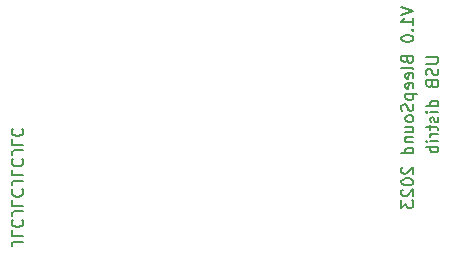
<source format=gbo>
G04 #@! TF.GenerationSoftware,KiCad,Pcbnew,7.0.7-7.0.7~ubuntu22.04.1*
G04 #@! TF.CreationDate,2023-10-15T17:29:54+01:00*
G04 #@! TF.ProjectId,USB_distri,5553425f-6469-4737-9472-692e6b696361,rev?*
G04 #@! TF.SameCoordinates,Original*
G04 #@! TF.FileFunction,Legend,Bot*
G04 #@! TF.FilePolarity,Positive*
%FSLAX46Y46*%
G04 Gerber Fmt 4.6, Leading zero omitted, Abs format (unit mm)*
G04 Created by KiCad (PCBNEW 7.0.7-7.0.7~ubuntu22.04.1) date 2023-10-15 17:29:54*
%MOMM*%
%LPD*%
G01*
G04 APERTURE LIST*
%ADD10C,0.150000*%
%ADD11O,4.200000X6.700000*%
%ADD12C,3.200000*%
G04 APERTURE END LIST*
D10*
X161854819Y-104576190D02*
X162664342Y-104576190D01*
X162664342Y-104576190D02*
X162759580Y-104623809D01*
X162759580Y-104623809D02*
X162807200Y-104671428D01*
X162807200Y-104671428D02*
X162854819Y-104766666D01*
X162854819Y-104766666D02*
X162854819Y-104957142D01*
X162854819Y-104957142D02*
X162807200Y-105052380D01*
X162807200Y-105052380D02*
X162759580Y-105099999D01*
X162759580Y-105099999D02*
X162664342Y-105147618D01*
X162664342Y-105147618D02*
X161854819Y-105147618D01*
X162807200Y-105576190D02*
X162854819Y-105719047D01*
X162854819Y-105719047D02*
X162854819Y-105957142D01*
X162854819Y-105957142D02*
X162807200Y-106052380D01*
X162807200Y-106052380D02*
X162759580Y-106099999D01*
X162759580Y-106099999D02*
X162664342Y-106147618D01*
X162664342Y-106147618D02*
X162569104Y-106147618D01*
X162569104Y-106147618D02*
X162473866Y-106099999D01*
X162473866Y-106099999D02*
X162426247Y-106052380D01*
X162426247Y-106052380D02*
X162378628Y-105957142D01*
X162378628Y-105957142D02*
X162331009Y-105766666D01*
X162331009Y-105766666D02*
X162283390Y-105671428D01*
X162283390Y-105671428D02*
X162235771Y-105623809D01*
X162235771Y-105623809D02*
X162140533Y-105576190D01*
X162140533Y-105576190D02*
X162045295Y-105576190D01*
X162045295Y-105576190D02*
X161950057Y-105623809D01*
X161950057Y-105623809D02*
X161902438Y-105671428D01*
X161902438Y-105671428D02*
X161854819Y-105766666D01*
X161854819Y-105766666D02*
X161854819Y-106004761D01*
X161854819Y-106004761D02*
X161902438Y-106147618D01*
X162331009Y-106909523D02*
X162378628Y-107052380D01*
X162378628Y-107052380D02*
X162426247Y-107099999D01*
X162426247Y-107099999D02*
X162521485Y-107147618D01*
X162521485Y-107147618D02*
X162664342Y-107147618D01*
X162664342Y-107147618D02*
X162759580Y-107099999D01*
X162759580Y-107099999D02*
X162807200Y-107052380D01*
X162807200Y-107052380D02*
X162854819Y-106957142D01*
X162854819Y-106957142D02*
X162854819Y-106576190D01*
X162854819Y-106576190D02*
X161854819Y-106576190D01*
X161854819Y-106576190D02*
X161854819Y-106909523D01*
X161854819Y-106909523D02*
X161902438Y-107004761D01*
X161902438Y-107004761D02*
X161950057Y-107052380D01*
X161950057Y-107052380D02*
X162045295Y-107099999D01*
X162045295Y-107099999D02*
X162140533Y-107099999D01*
X162140533Y-107099999D02*
X162235771Y-107052380D01*
X162235771Y-107052380D02*
X162283390Y-107004761D01*
X162283390Y-107004761D02*
X162331009Y-106909523D01*
X162331009Y-106909523D02*
X162331009Y-106576190D01*
X162854819Y-108766666D02*
X161854819Y-108766666D01*
X162807200Y-108766666D02*
X162854819Y-108671428D01*
X162854819Y-108671428D02*
X162854819Y-108480952D01*
X162854819Y-108480952D02*
X162807200Y-108385714D01*
X162807200Y-108385714D02*
X162759580Y-108338095D01*
X162759580Y-108338095D02*
X162664342Y-108290476D01*
X162664342Y-108290476D02*
X162378628Y-108290476D01*
X162378628Y-108290476D02*
X162283390Y-108338095D01*
X162283390Y-108338095D02*
X162235771Y-108385714D01*
X162235771Y-108385714D02*
X162188152Y-108480952D01*
X162188152Y-108480952D02*
X162188152Y-108671428D01*
X162188152Y-108671428D02*
X162235771Y-108766666D01*
X162854819Y-109242857D02*
X162188152Y-109242857D01*
X161854819Y-109242857D02*
X161902438Y-109195238D01*
X161902438Y-109195238D02*
X161950057Y-109242857D01*
X161950057Y-109242857D02*
X161902438Y-109290476D01*
X161902438Y-109290476D02*
X161854819Y-109242857D01*
X161854819Y-109242857D02*
X161950057Y-109242857D01*
X162807200Y-109671428D02*
X162854819Y-109766666D01*
X162854819Y-109766666D02*
X162854819Y-109957142D01*
X162854819Y-109957142D02*
X162807200Y-110052380D01*
X162807200Y-110052380D02*
X162711961Y-110099999D01*
X162711961Y-110099999D02*
X162664342Y-110099999D01*
X162664342Y-110099999D02*
X162569104Y-110052380D01*
X162569104Y-110052380D02*
X162521485Y-109957142D01*
X162521485Y-109957142D02*
X162521485Y-109814285D01*
X162521485Y-109814285D02*
X162473866Y-109719047D01*
X162473866Y-109719047D02*
X162378628Y-109671428D01*
X162378628Y-109671428D02*
X162331009Y-109671428D01*
X162331009Y-109671428D02*
X162235771Y-109719047D01*
X162235771Y-109719047D02*
X162188152Y-109814285D01*
X162188152Y-109814285D02*
X162188152Y-109957142D01*
X162188152Y-109957142D02*
X162235771Y-110052380D01*
X162188152Y-110385714D02*
X162188152Y-110766666D01*
X161854819Y-110528571D02*
X162711961Y-110528571D01*
X162711961Y-110528571D02*
X162807200Y-110576190D01*
X162807200Y-110576190D02*
X162854819Y-110671428D01*
X162854819Y-110671428D02*
X162854819Y-110766666D01*
X162854819Y-111100000D02*
X162188152Y-111100000D01*
X162378628Y-111100000D02*
X162283390Y-111147619D01*
X162283390Y-111147619D02*
X162235771Y-111195238D01*
X162235771Y-111195238D02*
X162188152Y-111290476D01*
X162188152Y-111290476D02*
X162188152Y-111385714D01*
X162854819Y-111719048D02*
X162188152Y-111719048D01*
X161854819Y-111719048D02*
X161902438Y-111671429D01*
X161902438Y-111671429D02*
X161950057Y-111719048D01*
X161950057Y-111719048D02*
X161902438Y-111766667D01*
X161902438Y-111766667D02*
X161854819Y-111719048D01*
X161854819Y-111719048D02*
X161950057Y-111719048D01*
X162854819Y-112195238D02*
X161854819Y-112195238D01*
X162235771Y-112195238D02*
X162188152Y-112290476D01*
X162188152Y-112290476D02*
X162188152Y-112480952D01*
X162188152Y-112480952D02*
X162235771Y-112576190D01*
X162235771Y-112576190D02*
X162283390Y-112623809D01*
X162283390Y-112623809D02*
X162378628Y-112671428D01*
X162378628Y-112671428D02*
X162664342Y-112671428D01*
X162664342Y-112671428D02*
X162759580Y-112623809D01*
X162759580Y-112623809D02*
X162807200Y-112576190D01*
X162807200Y-112576190D02*
X162854819Y-112480952D01*
X162854819Y-112480952D02*
X162854819Y-112290476D01*
X162854819Y-112290476D02*
X162807200Y-112195238D01*
X127745180Y-120219048D02*
X127030895Y-120219048D01*
X127030895Y-120219048D02*
X126888038Y-120266667D01*
X126888038Y-120266667D02*
X126792800Y-120361905D01*
X126792800Y-120361905D02*
X126745180Y-120504762D01*
X126745180Y-120504762D02*
X126745180Y-120600000D01*
X126745180Y-119266667D02*
X126745180Y-119742857D01*
X126745180Y-119742857D02*
X127745180Y-119742857D01*
X126840419Y-118361905D02*
X126792800Y-118409524D01*
X126792800Y-118409524D02*
X126745180Y-118552381D01*
X126745180Y-118552381D02*
X126745180Y-118647619D01*
X126745180Y-118647619D02*
X126792800Y-118790476D01*
X126792800Y-118790476D02*
X126888038Y-118885714D01*
X126888038Y-118885714D02*
X126983276Y-118933333D01*
X126983276Y-118933333D02*
X127173752Y-118980952D01*
X127173752Y-118980952D02*
X127316609Y-118980952D01*
X127316609Y-118980952D02*
X127507085Y-118933333D01*
X127507085Y-118933333D02*
X127602323Y-118885714D01*
X127602323Y-118885714D02*
X127697561Y-118790476D01*
X127697561Y-118790476D02*
X127745180Y-118647619D01*
X127745180Y-118647619D02*
X127745180Y-118552381D01*
X127745180Y-118552381D02*
X127697561Y-118409524D01*
X127697561Y-118409524D02*
X127649942Y-118361905D01*
X127745180Y-117647619D02*
X127030895Y-117647619D01*
X127030895Y-117647619D02*
X126888038Y-117695238D01*
X126888038Y-117695238D02*
X126792800Y-117790476D01*
X126792800Y-117790476D02*
X126745180Y-117933333D01*
X126745180Y-117933333D02*
X126745180Y-118028571D01*
X126745180Y-116695238D02*
X126745180Y-117171428D01*
X126745180Y-117171428D02*
X127745180Y-117171428D01*
X126840419Y-115790476D02*
X126792800Y-115838095D01*
X126792800Y-115838095D02*
X126745180Y-115980952D01*
X126745180Y-115980952D02*
X126745180Y-116076190D01*
X126745180Y-116076190D02*
X126792800Y-116219047D01*
X126792800Y-116219047D02*
X126888038Y-116314285D01*
X126888038Y-116314285D02*
X126983276Y-116361904D01*
X126983276Y-116361904D02*
X127173752Y-116409523D01*
X127173752Y-116409523D02*
X127316609Y-116409523D01*
X127316609Y-116409523D02*
X127507085Y-116361904D01*
X127507085Y-116361904D02*
X127602323Y-116314285D01*
X127602323Y-116314285D02*
X127697561Y-116219047D01*
X127697561Y-116219047D02*
X127745180Y-116076190D01*
X127745180Y-116076190D02*
X127745180Y-115980952D01*
X127745180Y-115980952D02*
X127697561Y-115838095D01*
X127697561Y-115838095D02*
X127649942Y-115790476D01*
X127745180Y-115076190D02*
X127030895Y-115076190D01*
X127030895Y-115076190D02*
X126888038Y-115123809D01*
X126888038Y-115123809D02*
X126792800Y-115219047D01*
X126792800Y-115219047D02*
X126745180Y-115361904D01*
X126745180Y-115361904D02*
X126745180Y-115457142D01*
X126745180Y-114123809D02*
X126745180Y-114599999D01*
X126745180Y-114599999D02*
X127745180Y-114599999D01*
X126840419Y-113219047D02*
X126792800Y-113266666D01*
X126792800Y-113266666D02*
X126745180Y-113409523D01*
X126745180Y-113409523D02*
X126745180Y-113504761D01*
X126745180Y-113504761D02*
X126792800Y-113647618D01*
X126792800Y-113647618D02*
X126888038Y-113742856D01*
X126888038Y-113742856D02*
X126983276Y-113790475D01*
X126983276Y-113790475D02*
X127173752Y-113838094D01*
X127173752Y-113838094D02*
X127316609Y-113838094D01*
X127316609Y-113838094D02*
X127507085Y-113790475D01*
X127507085Y-113790475D02*
X127602323Y-113742856D01*
X127602323Y-113742856D02*
X127697561Y-113647618D01*
X127697561Y-113647618D02*
X127745180Y-113504761D01*
X127745180Y-113504761D02*
X127745180Y-113409523D01*
X127745180Y-113409523D02*
X127697561Y-113266666D01*
X127697561Y-113266666D02*
X127649942Y-113219047D01*
X127745180Y-112504761D02*
X127030895Y-112504761D01*
X127030895Y-112504761D02*
X126888038Y-112552380D01*
X126888038Y-112552380D02*
X126792800Y-112647618D01*
X126792800Y-112647618D02*
X126745180Y-112790475D01*
X126745180Y-112790475D02*
X126745180Y-112885713D01*
X126745180Y-111552380D02*
X126745180Y-112028570D01*
X126745180Y-112028570D02*
X127745180Y-112028570D01*
X126840419Y-110647618D02*
X126792800Y-110695237D01*
X126792800Y-110695237D02*
X126745180Y-110838094D01*
X126745180Y-110838094D02*
X126745180Y-110933332D01*
X126745180Y-110933332D02*
X126792800Y-111076189D01*
X126792800Y-111076189D02*
X126888038Y-111171427D01*
X126888038Y-111171427D02*
X126983276Y-111219046D01*
X126983276Y-111219046D02*
X127173752Y-111266665D01*
X127173752Y-111266665D02*
X127316609Y-111266665D01*
X127316609Y-111266665D02*
X127507085Y-111219046D01*
X127507085Y-111219046D02*
X127602323Y-111171427D01*
X127602323Y-111171427D02*
X127697561Y-111076189D01*
X127697561Y-111076189D02*
X127745180Y-110933332D01*
X127745180Y-110933332D02*
X127745180Y-110838094D01*
X127745180Y-110838094D02*
X127697561Y-110695237D01*
X127697561Y-110695237D02*
X127649942Y-110647618D01*
X159754819Y-100352380D02*
X160754819Y-100685713D01*
X160754819Y-100685713D02*
X159754819Y-101019046D01*
X160754819Y-101876189D02*
X160754819Y-101304761D01*
X160754819Y-101590475D02*
X159754819Y-101590475D01*
X159754819Y-101590475D02*
X159897676Y-101495237D01*
X159897676Y-101495237D02*
X159992914Y-101399999D01*
X159992914Y-101399999D02*
X160040533Y-101304761D01*
X160659580Y-102304761D02*
X160707200Y-102352380D01*
X160707200Y-102352380D02*
X160754819Y-102304761D01*
X160754819Y-102304761D02*
X160707200Y-102257142D01*
X160707200Y-102257142D02*
X160659580Y-102304761D01*
X160659580Y-102304761D02*
X160754819Y-102304761D01*
X159754819Y-102971427D02*
X159754819Y-103066665D01*
X159754819Y-103066665D02*
X159802438Y-103161903D01*
X159802438Y-103161903D02*
X159850057Y-103209522D01*
X159850057Y-103209522D02*
X159945295Y-103257141D01*
X159945295Y-103257141D02*
X160135771Y-103304760D01*
X160135771Y-103304760D02*
X160373866Y-103304760D01*
X160373866Y-103304760D02*
X160564342Y-103257141D01*
X160564342Y-103257141D02*
X160659580Y-103209522D01*
X160659580Y-103209522D02*
X160707200Y-103161903D01*
X160707200Y-103161903D02*
X160754819Y-103066665D01*
X160754819Y-103066665D02*
X160754819Y-102971427D01*
X160754819Y-102971427D02*
X160707200Y-102876189D01*
X160707200Y-102876189D02*
X160659580Y-102828570D01*
X160659580Y-102828570D02*
X160564342Y-102780951D01*
X160564342Y-102780951D02*
X160373866Y-102733332D01*
X160373866Y-102733332D02*
X160135771Y-102733332D01*
X160135771Y-102733332D02*
X159945295Y-102780951D01*
X159945295Y-102780951D02*
X159850057Y-102828570D01*
X159850057Y-102828570D02*
X159802438Y-102876189D01*
X159802438Y-102876189D02*
X159754819Y-102971427D01*
X160231009Y-104828570D02*
X160278628Y-104971427D01*
X160278628Y-104971427D02*
X160326247Y-105019046D01*
X160326247Y-105019046D02*
X160421485Y-105066665D01*
X160421485Y-105066665D02*
X160564342Y-105066665D01*
X160564342Y-105066665D02*
X160659580Y-105019046D01*
X160659580Y-105019046D02*
X160707200Y-104971427D01*
X160707200Y-104971427D02*
X160754819Y-104876189D01*
X160754819Y-104876189D02*
X160754819Y-104495237D01*
X160754819Y-104495237D02*
X159754819Y-104495237D01*
X159754819Y-104495237D02*
X159754819Y-104828570D01*
X159754819Y-104828570D02*
X159802438Y-104923808D01*
X159802438Y-104923808D02*
X159850057Y-104971427D01*
X159850057Y-104971427D02*
X159945295Y-105019046D01*
X159945295Y-105019046D02*
X160040533Y-105019046D01*
X160040533Y-105019046D02*
X160135771Y-104971427D01*
X160135771Y-104971427D02*
X160183390Y-104923808D01*
X160183390Y-104923808D02*
X160231009Y-104828570D01*
X160231009Y-104828570D02*
X160231009Y-104495237D01*
X160754819Y-105638094D02*
X160707200Y-105542856D01*
X160707200Y-105542856D02*
X160611961Y-105495237D01*
X160611961Y-105495237D02*
X159754819Y-105495237D01*
X160707200Y-106399999D02*
X160754819Y-106304761D01*
X160754819Y-106304761D02*
X160754819Y-106114285D01*
X160754819Y-106114285D02*
X160707200Y-106019047D01*
X160707200Y-106019047D02*
X160611961Y-105971428D01*
X160611961Y-105971428D02*
X160231009Y-105971428D01*
X160231009Y-105971428D02*
X160135771Y-106019047D01*
X160135771Y-106019047D02*
X160088152Y-106114285D01*
X160088152Y-106114285D02*
X160088152Y-106304761D01*
X160088152Y-106304761D02*
X160135771Y-106399999D01*
X160135771Y-106399999D02*
X160231009Y-106447618D01*
X160231009Y-106447618D02*
X160326247Y-106447618D01*
X160326247Y-106447618D02*
X160421485Y-105971428D01*
X160707200Y-107257142D02*
X160754819Y-107161904D01*
X160754819Y-107161904D02*
X160754819Y-106971428D01*
X160754819Y-106971428D02*
X160707200Y-106876190D01*
X160707200Y-106876190D02*
X160611961Y-106828571D01*
X160611961Y-106828571D02*
X160231009Y-106828571D01*
X160231009Y-106828571D02*
X160135771Y-106876190D01*
X160135771Y-106876190D02*
X160088152Y-106971428D01*
X160088152Y-106971428D02*
X160088152Y-107161904D01*
X160088152Y-107161904D02*
X160135771Y-107257142D01*
X160135771Y-107257142D02*
X160231009Y-107304761D01*
X160231009Y-107304761D02*
X160326247Y-107304761D01*
X160326247Y-107304761D02*
X160421485Y-106828571D01*
X160088152Y-107733333D02*
X161088152Y-107733333D01*
X160135771Y-107733333D02*
X160088152Y-107828571D01*
X160088152Y-107828571D02*
X160088152Y-108019047D01*
X160088152Y-108019047D02*
X160135771Y-108114285D01*
X160135771Y-108114285D02*
X160183390Y-108161904D01*
X160183390Y-108161904D02*
X160278628Y-108209523D01*
X160278628Y-108209523D02*
X160564342Y-108209523D01*
X160564342Y-108209523D02*
X160659580Y-108161904D01*
X160659580Y-108161904D02*
X160707200Y-108114285D01*
X160707200Y-108114285D02*
X160754819Y-108019047D01*
X160754819Y-108019047D02*
X160754819Y-107828571D01*
X160754819Y-107828571D02*
X160707200Y-107733333D01*
X160707200Y-108590476D02*
X160754819Y-108733333D01*
X160754819Y-108733333D02*
X160754819Y-108971428D01*
X160754819Y-108971428D02*
X160707200Y-109066666D01*
X160707200Y-109066666D02*
X160659580Y-109114285D01*
X160659580Y-109114285D02*
X160564342Y-109161904D01*
X160564342Y-109161904D02*
X160469104Y-109161904D01*
X160469104Y-109161904D02*
X160373866Y-109114285D01*
X160373866Y-109114285D02*
X160326247Y-109066666D01*
X160326247Y-109066666D02*
X160278628Y-108971428D01*
X160278628Y-108971428D02*
X160231009Y-108780952D01*
X160231009Y-108780952D02*
X160183390Y-108685714D01*
X160183390Y-108685714D02*
X160135771Y-108638095D01*
X160135771Y-108638095D02*
X160040533Y-108590476D01*
X160040533Y-108590476D02*
X159945295Y-108590476D01*
X159945295Y-108590476D02*
X159850057Y-108638095D01*
X159850057Y-108638095D02*
X159802438Y-108685714D01*
X159802438Y-108685714D02*
X159754819Y-108780952D01*
X159754819Y-108780952D02*
X159754819Y-109019047D01*
X159754819Y-109019047D02*
X159802438Y-109161904D01*
X160754819Y-109733333D02*
X160707200Y-109638095D01*
X160707200Y-109638095D02*
X160659580Y-109590476D01*
X160659580Y-109590476D02*
X160564342Y-109542857D01*
X160564342Y-109542857D02*
X160278628Y-109542857D01*
X160278628Y-109542857D02*
X160183390Y-109590476D01*
X160183390Y-109590476D02*
X160135771Y-109638095D01*
X160135771Y-109638095D02*
X160088152Y-109733333D01*
X160088152Y-109733333D02*
X160088152Y-109876190D01*
X160088152Y-109876190D02*
X160135771Y-109971428D01*
X160135771Y-109971428D02*
X160183390Y-110019047D01*
X160183390Y-110019047D02*
X160278628Y-110066666D01*
X160278628Y-110066666D02*
X160564342Y-110066666D01*
X160564342Y-110066666D02*
X160659580Y-110019047D01*
X160659580Y-110019047D02*
X160707200Y-109971428D01*
X160707200Y-109971428D02*
X160754819Y-109876190D01*
X160754819Y-109876190D02*
X160754819Y-109733333D01*
X160088152Y-110923809D02*
X160754819Y-110923809D01*
X160088152Y-110495238D02*
X160611961Y-110495238D01*
X160611961Y-110495238D02*
X160707200Y-110542857D01*
X160707200Y-110542857D02*
X160754819Y-110638095D01*
X160754819Y-110638095D02*
X160754819Y-110780952D01*
X160754819Y-110780952D02*
X160707200Y-110876190D01*
X160707200Y-110876190D02*
X160659580Y-110923809D01*
X160088152Y-111400000D02*
X160754819Y-111400000D01*
X160183390Y-111400000D02*
X160135771Y-111447619D01*
X160135771Y-111447619D02*
X160088152Y-111542857D01*
X160088152Y-111542857D02*
X160088152Y-111685714D01*
X160088152Y-111685714D02*
X160135771Y-111780952D01*
X160135771Y-111780952D02*
X160231009Y-111828571D01*
X160231009Y-111828571D02*
X160754819Y-111828571D01*
X160754819Y-112733333D02*
X159754819Y-112733333D01*
X160707200Y-112733333D02*
X160754819Y-112638095D01*
X160754819Y-112638095D02*
X160754819Y-112447619D01*
X160754819Y-112447619D02*
X160707200Y-112352381D01*
X160707200Y-112352381D02*
X160659580Y-112304762D01*
X160659580Y-112304762D02*
X160564342Y-112257143D01*
X160564342Y-112257143D02*
X160278628Y-112257143D01*
X160278628Y-112257143D02*
X160183390Y-112304762D01*
X160183390Y-112304762D02*
X160135771Y-112352381D01*
X160135771Y-112352381D02*
X160088152Y-112447619D01*
X160088152Y-112447619D02*
X160088152Y-112638095D01*
X160088152Y-112638095D02*
X160135771Y-112733333D01*
X159850057Y-113923810D02*
X159802438Y-113971429D01*
X159802438Y-113971429D02*
X159754819Y-114066667D01*
X159754819Y-114066667D02*
X159754819Y-114304762D01*
X159754819Y-114304762D02*
X159802438Y-114400000D01*
X159802438Y-114400000D02*
X159850057Y-114447619D01*
X159850057Y-114447619D02*
X159945295Y-114495238D01*
X159945295Y-114495238D02*
X160040533Y-114495238D01*
X160040533Y-114495238D02*
X160183390Y-114447619D01*
X160183390Y-114447619D02*
X160754819Y-113876191D01*
X160754819Y-113876191D02*
X160754819Y-114495238D01*
X159754819Y-115114286D02*
X159754819Y-115209524D01*
X159754819Y-115209524D02*
X159802438Y-115304762D01*
X159802438Y-115304762D02*
X159850057Y-115352381D01*
X159850057Y-115352381D02*
X159945295Y-115400000D01*
X159945295Y-115400000D02*
X160135771Y-115447619D01*
X160135771Y-115447619D02*
X160373866Y-115447619D01*
X160373866Y-115447619D02*
X160564342Y-115400000D01*
X160564342Y-115400000D02*
X160659580Y-115352381D01*
X160659580Y-115352381D02*
X160707200Y-115304762D01*
X160707200Y-115304762D02*
X160754819Y-115209524D01*
X160754819Y-115209524D02*
X160754819Y-115114286D01*
X160754819Y-115114286D02*
X160707200Y-115019048D01*
X160707200Y-115019048D02*
X160659580Y-114971429D01*
X160659580Y-114971429D02*
X160564342Y-114923810D01*
X160564342Y-114923810D02*
X160373866Y-114876191D01*
X160373866Y-114876191D02*
X160135771Y-114876191D01*
X160135771Y-114876191D02*
X159945295Y-114923810D01*
X159945295Y-114923810D02*
X159850057Y-114971429D01*
X159850057Y-114971429D02*
X159802438Y-115019048D01*
X159802438Y-115019048D02*
X159754819Y-115114286D01*
X159850057Y-115828572D02*
X159802438Y-115876191D01*
X159802438Y-115876191D02*
X159754819Y-115971429D01*
X159754819Y-115971429D02*
X159754819Y-116209524D01*
X159754819Y-116209524D02*
X159802438Y-116304762D01*
X159802438Y-116304762D02*
X159850057Y-116352381D01*
X159850057Y-116352381D02*
X159945295Y-116400000D01*
X159945295Y-116400000D02*
X160040533Y-116400000D01*
X160040533Y-116400000D02*
X160183390Y-116352381D01*
X160183390Y-116352381D02*
X160754819Y-115780953D01*
X160754819Y-115780953D02*
X160754819Y-116400000D01*
X159754819Y-116733334D02*
X159754819Y-117352381D01*
X159754819Y-117352381D02*
X160135771Y-117019048D01*
X160135771Y-117019048D02*
X160135771Y-117161905D01*
X160135771Y-117161905D02*
X160183390Y-117257143D01*
X160183390Y-117257143D02*
X160231009Y-117304762D01*
X160231009Y-117304762D02*
X160326247Y-117352381D01*
X160326247Y-117352381D02*
X160564342Y-117352381D01*
X160564342Y-117352381D02*
X160659580Y-117304762D01*
X160659580Y-117304762D02*
X160707200Y-117257143D01*
X160707200Y-117257143D02*
X160754819Y-117161905D01*
X160754819Y-117161905D02*
X160754819Y-116876191D01*
X160754819Y-116876191D02*
X160707200Y-116780953D01*
X160707200Y-116780953D02*
X160659580Y-116733334D01*
%LPC*%
D11*
X162800000Y-121900000D03*
D12*
X153300000Y-114400000D03*
X138550000Y-114400000D03*
D11*
X129150000Y-106900000D03*
%LPD*%
M02*

</source>
